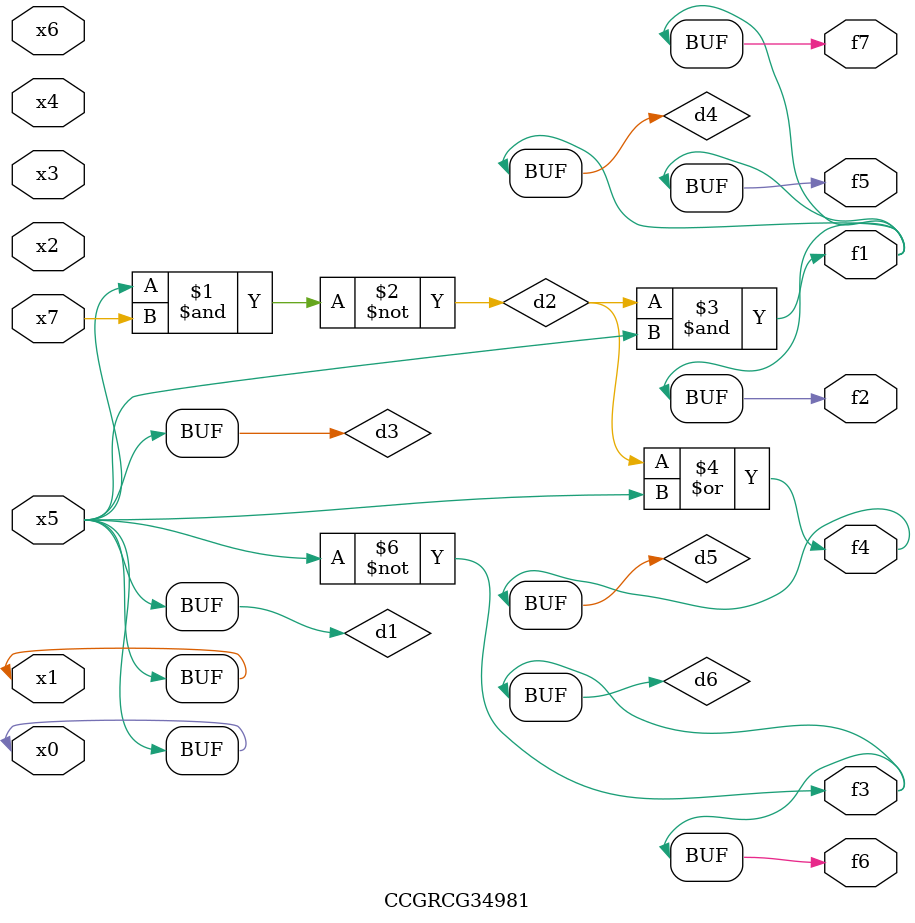
<source format=v>
module CCGRCG34981(
	input x0, x1, x2, x3, x4, x5, x6, x7,
	output f1, f2, f3, f4, f5, f6, f7
);

	wire d1, d2, d3, d4, d5, d6;

	buf (d1, x0, x5);
	nand (d2, x5, x7);
	buf (d3, x0, x1);
	and (d4, d2, d3);
	or (d5, d2, d3);
	nor (d6, d1, d3);
	assign f1 = d4;
	assign f2 = d4;
	assign f3 = d6;
	assign f4 = d5;
	assign f5 = d4;
	assign f6 = d6;
	assign f7 = d4;
endmodule

</source>
